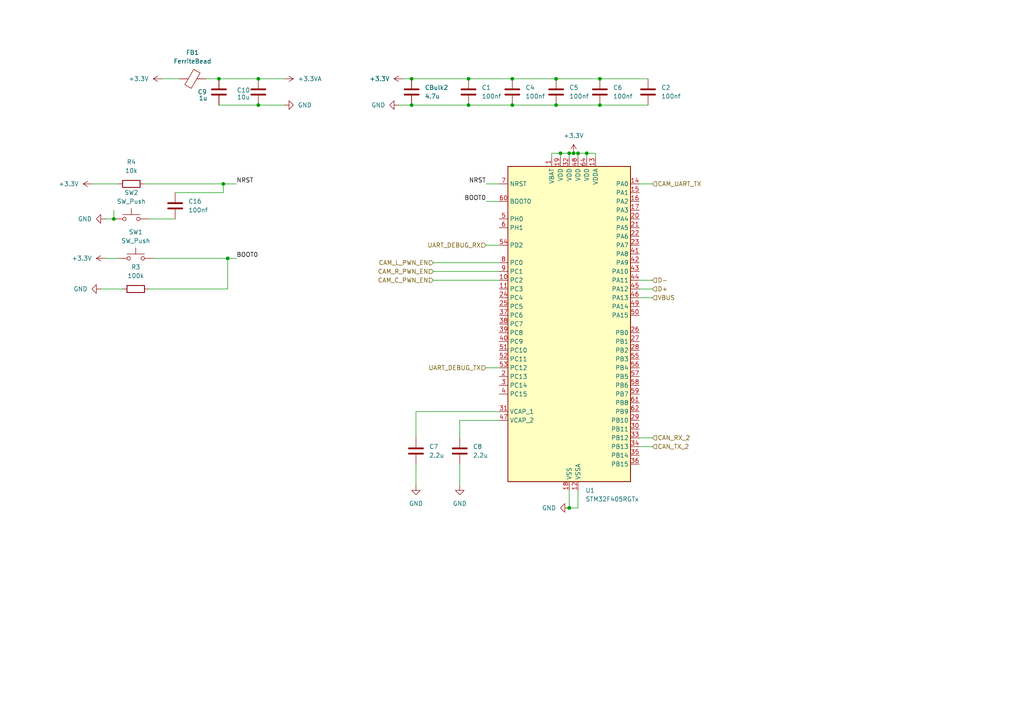
<source format=kicad_sch>
(kicad_sch (version 20250114) (generator "eeschema") (generator_version "9.0")
  (paper "A4")
  (lib_symbols
    (symbol "Device:C" (pin_numbers (hide yes)) (pin_names (offset 0.254))
      (property "Reference" "C" (at 0.635 2.54 0))
      (property "Value" "C" (at 0.635 -2.54 0))
      (symbol "C_0_1"
        (polyline (pts (xy -2.032 0.762) (xy 2.032 0.762)) (stroke (width 0.508)))
        (polyline (pts (xy -2.032 -0.762) (xy 2.032 -0.762)) (stroke (width 0.508)))
      )
      (symbol "C_1_1"
        (pin passive line (at 0 3.81 270) (length 2.794) (name "~") (number "1"))
        (pin passive line (at 0 -3.81 90) (length 2.794) (name "~") (number "2"))
      )
    )
    (symbol "Device:FerriteBead" (pin_numbers (hide yes)) (pin_names (offset 0))
      (property "Reference" "FB" (at -3.81 0.635 90))
      (property "Value" "FerriteBead" (at 3.81 0 90))
      (symbol "FerriteBead_0_1"
        (polyline (pts (xy -2.7686 0.4064) (xy -1.7018 2.2606) (xy 2.7686 -0.3048) (xy 1.6764 -2.159) (xy -2.7686 0.4064)))
        (polyline (pts (xy 0 1.27) (xy 0 1.2954)))
        (polyline (pts (xy 0 -1.27) (xy 0 -1.2192)))
      )
      (symbol "FerriteBead_1_1"
        (pin passive line (at 0 3.81 270) (length 2.54) (name "~") (number "1"))
        (pin passive line (at 0 -3.81 90) (length 2.54) (name "~") (number "2"))
      )
    )
    (symbol "Device:R" (pin_numbers (hide yes)) (pin_names (offset 0))
      (property "Reference" "R" (at 2.032 0 90))
      (property "Value" "R" (at 0 0 90))
      (symbol "R_0_1"
        (rectangle (start -1.016 -2.54) (end 1.016 2.54) (stroke (width 0.254)))
      )
      (symbol "R_1_1"
        (pin passive line (at 0 3.81 270) (length 1.27) (name "~") (number "1"))
        (pin passive line (at 0 -3.81 90) (length 1.27) (name "~") (number "2"))
      )
    )
    (symbol "MCU_ST_STM32F4:STM32F405RGTx"
      (property "Reference" "U" (at -17.78 46.99 0))
      (property "Value" "STM32F405RGTx" (at 10.16 46.99 0))
      (symbol "STM32F405RGTx_0_1"
        (rectangle (start -17.78 -45.72) (end 17.78 45.72) (stroke (width 0.254)) (fill (type background)))
      )
      (symbol "STM32F405RGTx_1_1"
        (pin input line (at -20.32 40.64 0) (length 2.54) (name "NRST") (number "7"))
        (pin input line (at -20.32 35.56 0) (length 2.54) (name "BOOT0") (number "60"))
        (pin bidirectional line (at -20.32 30.48 0) (length 2.54) (name "PH0") (number "5"))
        (pin bidirectional line (at -20.32 27.94 0) (length 2.54) (name "PH1") (number "6"))
        (pin bidirectional line (at -20.32 22.86 0) (length 2.54) (name "PD2") (number "54"))
        (pin bidirectional line (at -20.32 17.78 0) (length 2.54) (name "PC0") (number "8"))
        (pin bidirectional line (at -20.32 15.24 0) (length 2.54) (name "PC1") (number "9"))
        (pin bidirectional line (at -20.32 12.7 0) (length 2.54) (name "PC2") (number "10"))
        (pin bidirectional line (at -20.32 10.16 0) (length 2.54) (name "PC3") (number "11"))
        (pin bidirectional line (at -20.32 7.62 0) (length 2.54) (name "PC4") (number "24"))
        (pin bidirectional line (at -20.32 5.08 0) (length 2.54) (name "PC5") (number "25"))
        (pin bidirectional line (at -20.32 2.54 0) (length 2.54) (name "PC6") (number "37"))
        (pin bidirectional line (at -20.32 0 0) (length 2.54) (name "PC7") (number "38"))
        (pin bidirectional line (at -20.32 -2.54 0) (length 2.54) (name "PC8") (number "39"))
        (pin bidirectional line (at -20.32 -5.08 0) (length 2.54) (name "PC9") (number "40"))
        (pin bidirectional line (at -20.32 -7.62 0) (length 2.54) (name "PC10") (number "51"))
        (pin bidirectional line (at -20.32 -10.16 0) (length 2.54) (name "PC11") (number "52"))
        (pin bidirectional line (at -20.32 -12.7 0) (length 2.54) (name "PC12") (number "53"))
        (pin bidirectional line (at -20.32 -15.24 0) (length 2.54) (name "PC13") (number "2"))
        (pin bidirectional line (at -20.32 -17.78 0) (length 2.54) (name "PC14") (number "3"))
        (pin bidirectional line (at -20.32 -20.32 0) (length 2.54) (name "PC15") (number "4"))
        (pin power_out line (at -20.32 -25.4 0) (length 2.54) (name "VCAP_1") (number "31"))
        (pin power_out line (at -20.32 -27.94 0) (length 2.54) (name "VCAP_2") (number "47"))
        (pin power_in line (at -5.08 48.26 270) (length 2.54) (name "VBAT") (number "1"))
        (pin power_in line (at -2.54 48.26 270) (length 2.54) (name "VDD") (number "19"))
        (pin power_in line (at 0 48.26 270) (length 2.54) (name "VDD") (number "32"))
        (pin power_in line (at 0 -48.26 90) (length 2.54) (name "VSS") (number "18"))
        (pin passive line (at 0 -48.26 90) (length 2.54) (hide yes) (name "VSS") (number "63"))
        (pin power_in line (at 2.54 48.26 270) (length 2.54) (name "VDD") (number "48"))
        (pin power_in line (at 2.54 -48.26 90) (length 2.54) (name "VSSA") (number "12"))
        (pin power_in line (at 5.08 48.26 270) (length 2.54) (name "VDD") (number "64"))
        (pin power_in line (at 7.62 48.26 270) (length 2.54) (name "VDDA") (number "13"))
        (pin bidirectional line (at 20.32 40.64 180) (length 2.54) (name "PA0") (number "14"))
        (pin bidirectional line (at 20.32 38.1 180) (length 2.54) (name "PA1") (number "15"))
        (pin bidirectional line (at 20.32 35.56 180) (length 2.54) (name "PA2") (number "16"))
        (pin bidirectional line (at 20.32 33.02 180) (length 2.54) (name "PA3") (number "17"))
        (pin bidirectional line (at 20.32 30.48 180) (length 2.54) (name "PA4") (number "20"))
        (pin bidirectional line (at 20.32 27.94 180) (length 2.54) (name "PA5") (number "21"))
        (pin bidirectional line (at 20.32 25.4 180) (length 2.54) (name "PA6") (number "22"))
        (pin bidirectional line (at 20.32 22.86 180) (length 2.54) (name "PA7") (number "23"))
        (pin bidirectional line (at 20.32 20.32 180) (length 2.54) (name "PA8") (number "41"))
        (pin bidirectional line (at 20.32 17.78 180) (length 2.54) (name "PA9") (number "42"))
        (pin bidirectional line (at 20.32 15.24 180) (length 2.54) (name "PA10") (number "43"))
        (pin bidirectional line (at 20.32 12.7 180) (length 2.54) (name "PA11") (number "44"))
        (pin bidirectional line (at 20.32 10.16 180) (length 2.54) (name "PA12") (number "45"))
        (pin bidirectional line (at 20.32 7.62 180) (length 2.54) (name "PA13") (number "46"))
        (pin bidirectional line (at 20.32 5.08 180) (length 2.54) (name "PA14") (number "49"))
        (pin bidirectional line (at 20.32 2.54 180) (length 2.54) (name "PA15") (number "50"))
        (pin bidirectional line (at 20.32 -2.54 180) (length 2.54) (name "PB0") (number "26"))
        (pin bidirectional line (at 20.32 -5.08 180) (length 2.54) (name "PB1") (number "27"))
        (pin bidirectional line (at 20.32 -7.62 180) (length 2.54) (name "PB2") (number "28"))
        (pin bidirectional line (at 20.32 -10.16 180) (length 2.54) (name "PB3") (number "55"))
        (pin bidirectional line (at 20.32 -12.7 180) (length 2.54) (name "PB4") (number "56"))
        (pin bidirectional line (at 20.32 -15.24 180) (length 2.54) (name "PB5") (number "57"))
        (pin bidirectional line (at 20.32 -17.78 180) (length 2.54) (name "PB6") (number "58"))
        (pin bidirectional line (at 20.32 -20.32 180) (length 2.54) (name "PB7") (number "59"))
        (pin bidirectional line (at 20.32 -22.86 180) (length 2.54) (name "PB8") (number "61"))
        (pin bidirectional line (at 20.32 -25.4 180) (length 2.54) (name "PB9") (number "62"))
        (pin bidirectional line (at 20.32 -27.94 180) (length 2.54) (name "PB10") (number "29"))
        (pin bidirectional line (at 20.32 -30.48 180) (length 2.54) (name "PB11") (number "30"))
        (pin bidirectional line (at 20.32 -33.02 180) (length 2.54) (name "PB12") (number "33"))
        (pin bidirectional line (at 20.32 -35.56 180) (length 2.54) (name "PB13") (number "34"))
        (pin bidirectional line (at 20.32 -38.1 180) (length 2.54) (name "PB14") (number "35"))
        (pin bidirectional line (at 20.32 -40.64 180) (length 2.54) (name "PB15") (number "36"))
      )
    )
    (symbol "Switch:SW_Push" (pin_numbers (hide yes)) (pin_names (offset 1.016) (hide yes))
      (property "Reference" "SW" (at 1.27 2.54 0))
      (property "Value" "SW_Push" (at 0 -1.524 0))
      (symbol "SW_Push_0_1"
        (circle (center -2.032 0) (radius 0.508))
        (polyline (pts (xy 0 1.27) (xy 0 3.048)))
        (circle (center 2.032 0) (radius 0.508))
        (polyline (pts (xy 2.54 1.27) (xy -2.54 1.27)))
        (pin passive line (at -5.08 0 0) (length 2.54) (name "1") (number "1"))
        (pin passive line (at 5.08 0 180) (length 2.54) (name "2") (number "2"))
      )
    )
    (symbol "power:+3.3V" (power) (pin_numbers (hide yes)) (pin_names (offset 0) (hide yes))
      (property "Value" "+3.3V" (at 0 3.556 0))
      (symbol "+3.3V_0_1"
        (polyline (pts (xy -0.762 1.27) (xy 0 2.54)))
        (polyline (pts (xy 0 2.54) (xy 0.762 1.27)))
        (polyline (pts (xy 0 0) (xy 0 2.54)))
      )
      (symbol "+3.3V_1_1"
        (pin power_in line (at 0 0 90) (length 0) (name "~") (number "1"))
      )
    )
    (symbol "power:+3.3VA" (power) (pin_numbers (hide yes)) (pin_names (offset 0) (hide yes))
      (property "Value" "+3.3VA" (at 0 3.556 0))
      (symbol "+3.3VA_0_1"
        (polyline (pts (xy -0.762 1.27) (xy 0 2.54)))
        (polyline (pts (xy 0 2.54) (xy 0.762 1.27)))
        (polyline (pts (xy 0 0) (xy 0 2.54)))
      )
      (symbol "+3.3VA_1_1"
        (pin power_in line (at 0 0 90) (length 0) (name "~") (number "1"))
      )
    )
    (symbol "power:GND" (power) (pin_numbers (hide yes)) (pin_names (offset 0) (hide yes))
      (property "Value" "GND" (at 0 -3.81 0))
      (symbol "GND_0_1"
        (polyline (pts (xy 0 0) (xy 0 -1.27) (xy 1.27 -1.27) (xy 0 -2.54) (xy -1.27 -1.27) (xy 0 -1.27)))
      )
      (symbol "GND_1_1"
        (pin power_in line (at 0 0 270) (length 0) (name "~") (number "1"))
      )
    )
  )
  (junction (at 173.99 22.86))
  (junction (at 162.56 44.45))
  (junction (at 166.37 44.45))
  (junction (at 165.1 147.32))
  (junction (at 74.93 22.86))
  (junction (at 165.1 44.45))
  (junction (at 119.38 22.86))
  (junction (at 135.89 30.48))
  (junction (at 173.99 30.48))
  (junction (at 148.59 22.86))
  (junction (at 33.02 63.5))
  (junction (at 135.89 22.86))
  (junction (at 161.29 30.48))
  (junction (at 167.64 44.45))
  (junction (at 66.04 74.93))
  (junction (at 63.5 22.86))
  (junction (at 119.38 30.48))
  (junction (at 148.59 30.48))
  (junction (at 74.93 30.48))
  (junction (at 170.18 44.45))
  (junction (at 64.77 53.34))
  (junction (at 161.29 22.86))
  (wire (pts (xy 173.99 30.48) (xy 187.96 30.48)))
  (wire (pts (xy 167.64 45.72) (xy 167.64 44.45)))
  (wire (pts (xy 148.59 30.48) (xy 161.29 30.48)))
  (wire (pts (xy 43.18 63.5) (xy 50.8 63.5)))
  (wire (pts (xy 160.02 44.45) (xy 162.56 44.45)))
  (wire (pts (xy 140.97 58.42) (xy 144.78 58.42)))
  (wire (pts (xy 66.04 74.93) (xy 68.58 74.93)))
  (wire (pts (xy 26.67 53.34) (xy 34.29 53.34)))
  (wire (pts (xy 160.02 45.72) (xy 160.02 44.45)))
  (wire (pts (xy 166.37 44.45) (xy 167.64 44.45)))
  (wire (pts (xy 170.18 45.72) (xy 170.18 44.45)))
  (wire (pts (xy 64.77 53.34) (xy 68.58 53.34)))
  (wire (pts (xy 74.93 22.86) (xy 82.55 22.86)))
  (wire (pts (xy 63.5 22.86) (xy 74.93 22.86)))
  (wire (pts (xy 133.35 134.62) (xy 133.35 140.97)))
  (wire (pts (xy 119.38 22.86) (xy 135.89 22.86)))
  (wire (pts (xy 44.45 74.93) (xy 66.04 74.93)))
  (wire (pts (xy 125.73 76.2) (xy 144.78 76.2)))
  (wire (pts (xy 29.21 83.82) (xy 35.56 83.82)))
  (wire (pts (xy 165.1 147.32) (xy 167.64 147.32)))
  (wire (pts (xy 30.48 74.93) (xy 34.29 74.93)))
  (wire (pts (xy 173.99 22.86) (xy 187.96 22.86)))
  (wire (pts (xy 148.59 22.86) (xy 161.29 22.86)))
  (wire (pts (xy 161.29 22.86) (xy 173.99 22.86)))
  (wire (pts (xy 172.72 44.45) (xy 170.18 44.45)))
  (wire (pts (xy 140.97 53.34) (xy 144.78 53.34)))
  (wire (pts (xy 133.35 121.92) (xy 144.78 121.92)))
  (wire (pts (xy 135.89 30.48) (xy 148.59 30.48)))
  (wire (pts (xy 64.77 53.34) (xy 64.77 55.88)))
  (wire (pts (xy 135.89 22.86) (xy 148.59 22.86)))
  (wire (pts (xy 125.73 81.28) (xy 144.78 81.28)))
  (wire (pts (xy 30.48 63.5) (xy 33.02 63.5)))
  (wire (pts (xy 133.35 127) (xy 133.35 121.92)))
  (wire (pts (xy 144.78 119.38) (xy 120.65 119.38)))
  (wire (pts (xy 120.65 119.38) (xy 120.65 127)))
  (wire (pts (xy 185.42 83.82) (xy 189.23 83.82)))
  (wire (pts (xy 140.97 71.12) (xy 144.78 71.12)))
  (wire (pts (xy 116.84 22.86) (xy 119.38 22.86)))
  (wire (pts (xy 66.04 74.93) (xy 66.04 83.82)))
  (wire (pts (xy 185.42 53.34) (xy 189.23 53.34)))
  (wire (pts (xy 185.42 86.36) (xy 189.23 86.36)))
  (wire (pts (xy 185.42 127) (xy 189.23 127)))
  (wire (pts (xy 125.73 78.74) (xy 144.78 78.74)))
  (wire (pts (xy 172.72 45.72) (xy 172.72 44.45)))
  (wire (pts (xy 185.42 81.28) (xy 189.23 81.28)))
  (wire (pts (xy 50.8 55.88) (xy 64.77 55.88)))
  (wire (pts (xy 63.5 30.48) (xy 74.93 30.48)))
  (wire (pts (xy 120.65 134.62) (xy 120.65 140.97)))
  (wire (pts (xy 66.04 83.82) (xy 43.18 83.82)))
  (wire (pts (xy 162.56 45.72) (xy 162.56 44.45)))
  (wire (pts (xy 59.69 22.86) (xy 63.5 22.86)))
  (wire (pts (xy 185.42 129.54) (xy 189.23 129.54)))
  (wire (pts (xy 167.64 147.32) (xy 167.64 142.24)))
  (wire (pts (xy 74.93 30.48) (xy 82.55 30.48)))
  (wire (pts (xy 165.1 44.45) (xy 166.37 44.45)))
  (wire (pts (xy 33.02 63.5) (xy 33.02 60.96)))
  (wire (pts (xy 165.1 142.24) (xy 165.1 147.32)))
  (wire (pts (xy 165.1 44.45) (xy 165.1 45.72)))
  (wire (pts (xy 115.57 30.48) (xy 119.38 30.48)))
  (wire (pts (xy 41.91 53.34) (xy 64.77 53.34)))
  (wire (pts (xy 162.56 44.45) (xy 165.1 44.45)))
  (wire (pts (xy 46.99 22.86) (xy 52.07 22.86)))
  (wire (pts (xy 119.38 30.48) (xy 135.89 30.48)))
  (wire (pts (xy 170.18 44.45) (xy 167.64 44.45)))
  (wire (pts (xy 140.97 106.68) (xy 144.78 106.68)))
  (wire (pts (xy 161.29 30.48) (xy 173.99 30.48)))
  (label "NRST" (at 68.58 53.34 0))
  (label "NRST" (at 140.97 53.34 180))
  (label "BOOT0" (at 140.97 58.42 180))
  (label "BOOT0" (at 68.58 74.93 0))
  (hierarchical_label "CAN_TX_2" (shape input) (at 189.23 129.54 0))
  (hierarchical_label "UART_DEBUG_TX" (shape input) (at 140.97 106.68 180))
  (hierarchical_label "UART_DEBUG_RX" (shape input) (at 140.97 71.12 180))
  (hierarchical_label "CAN_RX_2" (shape input) (at 189.23 127 0))
  (hierarchical_label "CAM_L_PWN_EN" (shape input) (at 125.73 76.2 180))
  (hierarchical_label "VBUS" (shape input) (at 189.23 86.36 0))
  (hierarchical_label "D-" (shape input) (at 189.23 81.28 0))
  (hierarchical_label "D+" (shape input) (at 189.23 83.82 0))
  (hierarchical_label "CAM_UART_TX" (shape input) (at 189.23 53.34 0))
  (hierarchical_label "CAM_C_PWN_EN" (shape input) (at 125.73 81.28 180))
  (hierarchical_label "CAM_R_PWN_EN" (shape input) (at 125.73 78.74 180))
  (symbol (lib_id "power:GND") (at 165.1 147.32 270) (unit 1)
    (property "Reference" "#PWR014" (effects (hide yes)))
    (property "Value" "GND" (at 161.29 147.3199 90) (effects (justify right)))
    (property "Description" "Power symbol creates a global label with name \"GND\" , ground" (effects (hide yes)))
  )
  (symbol (lib_id "Switch:SW_Push") (at 38.1 63.5 0) (unit 1)
    (property "Reference" "SW2" (at 38.1 55.88 0))
    (property "Value" "SW_Push" (at 38.1 58.42 0))
    (property "Footprint" "Button_Switch_THT:SW_PUSH_1P1T_6x3.5mm_H5.0_APEM_MJTP1250" (effects (hide yes)))
    (property "Description" "Push button switch, generic, two pins" (effects (hide yes)))
  )
  (symbol (lib_id "power:+3.3VA") (at 82.55 22.86 270) (unit 1)
    (property "Reference" "#PWR03" (effects (hide yes)))
    (property "Value" "+3.3VA" (at 86.36 22.8599 90) (effects (justify left)))
    (property "Description" "Power symbol creates a global label with name \"+3.3VA\"" (effects (hide yes)))
  )
  (symbol (lib_id "power:+3.3V") (at 26.67 53.34 90) (unit 1)
    (property "Reference" "#PWR019" (effects (hide yes)))
    (property "Value" "+3.3V" (at 22.86 53.3399 90) (effects (justify left)))
    (property "Description" "Power symbol creates a global label with name \"+3.3V\"" (effects (hide yes)))
  )
  (symbol (lib_id "Device:C") (at 161.29 26.67 0) (unit 1)
    (property "Reference" "C5" (at 165.1 25.3999 0) (effects (justify left)))
    (property "Value" "100nf" (at 165.1 27.9399 0) (effects (justify left)))
    (property "Footprint" "Capacitor_SMD:C_0805_2012Metric_Pad1.18x1.45mm_HandSolder" (effects (hide yes)))
    (property "Description" "Unpolarized capacitor" (effects (hide yes)))
  )
  (symbol (lib_id "power:+3.3V") (at 46.99 22.86 90) (unit 1)
    (property "Reference" "#PWR08" (effects (hide yes)))
    (property "Value" "+3.3V" (at 43.18 22.8599 90) (effects (justify left)))
    (property "Description" "Power symbol creates a global label with name \"+3.3V\"" (effects (hide yes)))
  )
  (symbol (lib_id "power:+3.3V") (at 116.84 22.86 90) (unit 1)
    (property "Reference" "#PWR02" (effects (hide yes)))
    (property "Value" "+3.3V" (at 113.03 22.8599 90) (effects (justify left)))
    (property "Description" "Power symbol creates a global label with name \"+3.3V\"" (effects (hide yes)))
  )
  (symbol (lib_id "power:GND") (at 120.65 140.97 0) (unit 1)
    (property "Reference" "#PWR012" (effects (hide yes)))
    (property "Value" "GND" (at 120.65 146.05 0))
    (property "Description" "Power symbol creates a global label with name \"GND\" , ground" (effects (hide yes)))
  )
  (symbol (lib_id "power:+3.3V") (at 30.48 74.93 90) (unit 1)
    (property "Reference" "#PWR017" (effects (hide yes)))
    (property "Value" "+3.3V" (at 26.67 74.9299 90) (effects (justify left)))
    (property "Description" "Power symbol creates a global label with name \"+3.3V\"" (effects (hide yes)))
  )
  (symbol (lib_id "Device:C") (at 187.96 26.67 0) (unit 1)
    (property "Reference" "C2" (at 191.77 25.3999 0) (effects (justify left)))
    (property "Value" "100nf" (at 191.77 27.9399 0) (effects (justify left)))
    (property "Footprint" "Capacitor_SMD:C_0805_2012Metric_Pad1.18x1.45mm_HandSolder" (effects (hide yes)))
    (property "Description" "Unpolarized capacitor" (effects (hide yes)))
  )
  (symbol (lib_id "power:GND") (at 133.35 140.97 0) (unit 1)
    (property "Reference" "#PWR013" (effects (hide yes)))
    (property "Value" "GND" (at 133.35 146.05 0))
    (property "Description" "Power symbol creates a global label with name \"GND\" , ground" (effects (hide yes)))
  )
  (symbol (lib_id "Device:R") (at 38.1 53.34 90) (unit 1)
    (property "Reference" "R4" (at 38.1 46.99 90))
    (property "Value" "10k" (at 38.1 49.53 90))
    (property "Footprint" "Resistor_SMD:R_0805_2012Metric_Pad1.20x1.40mm_HandSolder" (effects (hide yes)))
    (property "Description" "Resistor" (effects (hide yes)))
  )
  (symbol (lib_id "Device:C") (at 119.38 26.67 0) (unit 1)
    (property "Reference" "CBulk2" (at 123.19 25.3999 0) (effects (justify left)))
    (property "Value" "4.7u" (at 123.19 27.9399 0) (effects (justify left)))
    (property "Footprint" "Capacitor_SMD:C_0805_2012Metric_Pad1.18x1.45mm_HandSolder" (effects (hide yes)))
    (property "Description" "Unpolarized capacitor" (effects (hide yes)))
  )
  (symbol (lib_id "power:GND") (at 30.48 63.5 270) (unit 1)
    (property "Reference" "#PWR020" (effects (hide yes)))
    (property "Value" "GND" (at 26.67 63.4999 90) (effects (justify right)))
    (property "Description" "Power symbol creates a global label with name \"GND\" , ground" (effects (hide yes)))
  )
  (symbol (lib_id "Device:FerriteBead") (at 55.88 22.86 90) (unit 1)
    (property "Reference" "FB1" (at 55.8292 15.24 90))
    (property "Value" "FerriteBead" (at 55.8292 17.78 90))
    (property "Footprint" "Resistor_SMD:R_0805_2012Metric_Pad1.20x1.40mm_HandSolder" (effects (hide yes)))
    (property "Description" "Ferrite bead" (effects (hide yes)))
  )
  (symbol (lib_id "Device:C") (at 135.89 26.67 0) (unit 1)
    (property "Reference" "C1" (at 139.7 25.3999 0) (effects (justify left)))
    (property "Value" "100nf" (at 139.7 27.9399 0) (effects (justify left)))
    (property "Footprint" "Capacitor_SMD:C_0805_2012Metric_Pad1.18x1.45mm_HandSolder" (effects (hide yes)))
    (property "Description" "Unpolarized capacitor" (effects (hide yes)))
  )
  (symbol (lib_id "power:GND") (at 82.55 30.48 90) (unit 1)
    (property "Reference" "#PWR04" (effects (hide yes)))
    (property "Value" "GND" (at 86.36 30.4799 90) (effects (justify right)))
    (property "Description" "Power symbol creates a global label with name \"GND\" , ground" (effects (hide yes)))
  )
  (symbol (lib_id "Device:C") (at 50.8 59.69 0) (unit 1)
    (property "Reference" "C16" (at 54.61 58.4199 0) (effects (justify left)))
    (property "Value" "100nf" (at 54.61 60.9599 0) (effects (justify left)))
    (property "Footprint" "Capacitor_SMD:C_0805_2012Metric_Pad1.18x1.45mm_HandSolder" (effects (hide yes)))
    (property "Description" "Unpolarized capacitor" (effects (hide yes)))
  )
  (symbol (lib_id "Device:C") (at 74.93 26.67 180) (unit 1)
    (property "Reference" "C10" (at 70.612 26.162 0))
    (property "Value" "10u" (at 70.612 28.194 0))
    (property "Footprint" "Capacitor_SMD:C_0805_2012Metric_Pad1.18x1.45mm_HandSolder" (effects (hide yes)))
    (property "Description" "Unpolarized capacitor" (effects (hide yes)))
  )
  (symbol (lib_id "Device:C") (at 120.65 130.81 0) (unit 1)
    (property "Reference" "C7" (at 124.46 129.5399 0) (effects (justify left)))
    (property "Value" "2.2u" (at 124.46 132.0799 0) (effects (justify left)))
    (property "Footprint" "Capacitor_SMD:C_0805_2012Metric_Pad1.18x1.45mm_HandSolder" (effects (hide yes)))
    (property "Description" "Unpolarized capacitor" (effects (hide yes)))
  )
  (symbol (lib_id "power:GND") (at 115.57 30.48 270) (unit 1)
    (property "Reference" "#PWR01" (effects (hide yes)))
    (property "Value" "GND" (at 111.76 30.4799 90) (effects (justify right)))
    (property "Description" "Power symbol creates a global label with name \"GND\" , ground" (effects (hide yes)))
  )
  (symbol (lib_id "power:GND") (at 29.21 83.82 270) (unit 1)
    (property "Reference" "#PWR018" (effects (hide yes)))
    (property "Value" "GND" (at 25.4 83.8199 90) (effects (justify right)))
    (property "Description" "Power symbol creates a global label with name \"GND\" , ground" (effects (hide yes)))
  )
  (symbol (lib_id "Device:C") (at 173.99 26.67 0) (unit 1)
    (property "Reference" "C6" (at 177.8 25.3999 0) (effects (justify left)))
    (property "Value" "100nf" (at 177.8 27.9399 0) (effects (justify left)))
    (property "Footprint" "Capacitor_SMD:C_0805_2012Metric_Pad1.18x1.45mm_HandSolder" (effects (hide yes)))
    (property "Description" "Unpolarized capacitor" (effects (hide yes)))
  )
  (symbol (lib_id "power:+3.3V") (at 166.37 44.45 0) (unit 1)
    (property "Reference" "#PWR05" (effects (hide yes)))
    (property "Value" "+3.3V" (at 166.37 39.37 0))
    (property "Description" "Power symbol creates a global label with name \"+3.3V\"" (effects (hide yes)))
  )
  (symbol (lib_id "Device:C") (at 133.35 130.81 0) (unit 1)
    (property "Reference" "C8" (at 137.16 129.5399 0) (effects (justify left)))
    (property "Value" "2.2u" (at 137.16 132.0799 0) (effects (justify left)))
    (property "Footprint" "Capacitor_SMD:C_0805_2012Metric_Pad1.18x1.45mm_HandSolder" (effects (hide yes)))
    (property "Description" "Unpolarized capacitor" (effects (hide yes)))
  )
  (symbol (lib_id "Device:C") (at 148.59 26.67 0) (unit 1)
    (property "Reference" "C4" (at 152.4 25.3999 0) (effects (justify left)))
    (property "Value" "100nf" (at 152.4 27.9399 0) (effects (justify left)))
    (property "Footprint" "Capacitor_SMD:C_0805_2012Metric_Pad1.18x1.45mm_HandSolder" (effects (hide yes)))
    (property "Description" "Unpolarized capacitor" (effects (hide yes)))
  )
  (symbol (lib_id "Device:C") (at 63.5 26.67 180) (unit 1)
    (property "Reference" "C9" (at 58.674 26.67 0))
    (property "Value" "1u" (at 58.928 28.448 0))
    (property "Footprint" "Capacitor_SMD:C_0805_2012Metric_Pad1.18x1.45mm_HandSolder" (effects (hide yes)))
    (property "Description" "Unpolarized capacitor" (effects (hide yes)))
  )
  (symbol (lib_id "MCU_ST_STM32F4:STM32F405RGTx") (at 165.1 93.98 0) (unit 1)
    (property "Reference" "U1" (at 169.7833 142.24 0) (effects (justify left)))
    (property "Value" "STM32F405RGTx" (at 169.7833 144.78 0) (effects (justify left)))
    (property "Footprint" "Package_QFP:LQFP-64_10x10mm_P0.5mm" (effects (hide yes)))
    (property "Datasheet" "https://www.st.com/resource/en/datasheet/stm32f405rg.pdf" (effects (hide yes)))
    (property "Description" "STMicroelectronics Arm Cortex-M4 MCU, 1024KB flash, 192KB RAM, 168 MHz, 1.8-3.6V, 51 GPIO, LQFP64" (effects (hide yes)))
  )
  (symbol (lib_id "Switch:SW_Push") (at 39.37 74.93 0) (unit 1)
    (property "Reference" "SW1" (at 39.37 67.31 0))
    (property "Value" "SW_Push" (at 39.37 69.85 0))
    (property "Footprint" "Button_Switch_THT:SW_PUSH_1P1T_6x3.5mm_H5.0_APEM_MJTP1250" (effects (hide yes)))
    (property "Description" "Push button switch, generic, two pins" (effects (hide yes)))
  )
  (symbol (lib_id "Device:R") (at 39.37 83.82 90) (unit 1)
    (property "Reference" "R3" (at 39.37 77.47 90))
    (property "Value" "100k" (at 39.37 80.01 90))
    (property "Footprint" "Resistor_SMD:R_0805_2012Metric_Pad1.20x1.40mm_HandSolder" (effects (hide yes)))
    (property "Description" "Resistor" (effects (hide yes)))
  )
)
</source>
